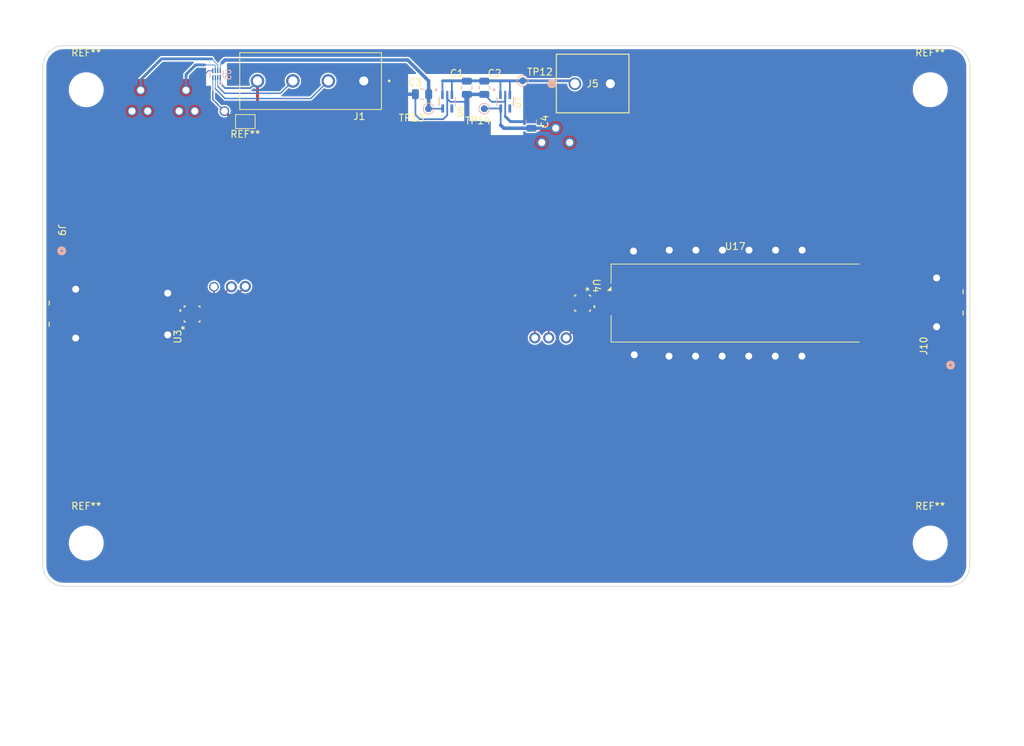
<source format=kicad_pcb>
(kicad_pcb (version 20240108) (generator "pcbnew") (generator_version "8.0")
  (title_block (title "RCA Telescope PCBs") (date "2025-04-29"))
  (layers (0 "F.Cu" signal) (31 "B.Cu" signal) (34 "B.Paste" user) (35 "F.Paste" user) (36 "B.SilkS" user "B.Silkscreen") (37 "F.SilkS" user "F.Silkscreen") (38 "B.Mask" user) (39 "F.Mask" user) (44 "Edge.Cuts" user))
  (net 0 "")
  (net 1 "/RFS_GND")
  (net 2 "/RFSwitchFilter/5V_IN")
  (net 3 "/RFSwitchFilter/+1V8")
  (net 4 "/RFSwitchFilter/+3V3")
  (net 5 "/RFSwitchFilter/CNTR_V1")
  (net 6 "/RFSwitchFilter/CNTR_V2")
  (net 7 "/RFSwitchFilter/VDD_REF")
  (net 8 "/RFSwitchFilter/ANT")
  (net 9 "/RFSwitchFilter/FILTER_OUT")
  (net 10 "/RFSwitchFilter/INT_CTRL_V1")
  (net 11 "/RFSwitchFilter/INT_CTRL_V2")
  (net 12 "/RFSwitchFilter/FILTERA_IN")
  (net 13 "/RFSwitchFilter/FILTERC_IN")
  (net 14 "/RFSwitchFilter/FILTERB_IN")
  (net 15 "Net-(U17-IN)")
  (footprint "Library:QFN12_SKY" (layer "F.Cu") (at 307.936071 56.90732 -90)
    (property "Reference" "U4")
    (property "Value" "SKY13588-460LF")
  )
  (footprint "Library:CONN_142-0711-821_CIN" (layer "F.Cu") (at 238.259071 58.41732 -90)
    (property "Reference" "J9")
    (property "Value" "ANT")
  )
  (footprint "MountingHole:MountingHole_4.3mm_M4" (layer "F.Cu") (at 236.776491 26.31353)
    (property "Reference" "REF**")
    (property "Value" "MountingHole_4.3mm_M4")
  )
  (footprint "MountingHole:MountingHole_4.3mm_M4" (layer "F.Cu") (at 236.776491 91.31353)
    (property "Reference" "REF**")
    (property "Value" "MountingHole_4.3mm_M4")
  )
  (footprint "RF_Mini-Circuits:Mini-Circuits_HQ1157" (layer "F.Cu") (at 329.811171 56.89711 90)
    (property "Reference" "U17")
    (property "Value" "BPF-A355")
  )
  (footprint "Library:Kikit_Board_Label" (layer "F.Cu") (at 245.144836 20.032916)
    (property "Reference" "RFS")
    (property "Value" "Kikit_Board_Label")
  )
  (footprint "Library:CONN_142-0711-821_CIN" (layer "F.Cu") (at 355.693161 56.79711 90)
    (property "Reference" "J10")
    (property "Value" "FILTER_OUT")
  )
  (footprint "Library:PHOENIX_1729144" (layer "F.Cu") (at 279.102671 21.00261 180)
    (property "Reference" "J1")
    (property "Value" "Screw_Terminal_01x04")
  )
  (footprint "Jumper:SolderJumper-2_P1.3mm_Bridged_Pad1.0x1.5mm" (layer "F.Cu") (at 259.583891 30.88322 180)
    (property "Reference" "REF**")
    (property "Value" "SolderJumper-2_P1.3mm_Bridged_Pad1.0x1.5mm")
  )
  (footprint "Library:QFN12_SKY" (layer "F.Cu") (at 251.956071 58.46732 90)
    (property "Reference" "U3")
    (property "Value" "SKY13588-460LF")
  )
  (footprint "MountingHole:MountingHole_4.3mm_M4" (layer "F.Cu") (at 357.776491 91.31353)
    (property "Reference" "REF**")
    (property "Value" "MountingHole_4.3mm_M4")
  )
  (footprint "MountingHole:MountingHole_4.3mm_M4" (layer "F.Cu") (at 357.776491 26.31353)
    (property "Reference" "REF**")
    (property "Value" "MountingHole_4.3mm_M4")
  )
  (footprint "Library:CONN_1729128_PXC" (layer "F.Cu") (at 306.838236 25.45261)
    (property "Reference" "J5")
    (property "Value" "5V From SDR")
  )
  (footprint "Capacitor_SMD:C_0805_2012Metric" (layer "B.Cu") (at 293.844836 26.032916 -90)
    (property "Reference" "C2")
    (property "Value" "1 uF")
  )
  (footprint "Library:SOT65P210X110-5N" (layer "B.Cu") (at 288.532336 28.032916 -90)
    (property "Reference" "U6")
    (property "Value" "MIC5365-1.8YC5-TR")
  )
  (footprint "Capacitor_SMD:C_0805_2012Metric" (layer "B.Cu") (at 300.583891 30.88322 -90)
    (property "Reference" "C4")
    (property "Value" "1 uF")
  )
  (footprint "Library:TestPoint_Pad_D1.0mm_Edit" (layer "B.Cu") (at 299.344836 25.032916 180)
    (property "Reference" "TP12")
    (property "Value" "FCTRL_VIN")
  )
  (footprint "Library:SON35P140X100X40-8N" (layer "B.Cu") (at 255.455171 24.07761 90)
    (property "Reference" "U5")
    (property "Value" "SN74AVC2T244DQER")
  )
  (footprint "Library:TestPoint_Pad_D1.0mm_Edit" (layer "B.Cu") (at 293.844836 29.032916 180)
    (property "Reference" "TP14")
    (property "Value" "FCTRL_3V3")
  )
  (footprint "Library:SOT65P210X110-5N" (layer "B.Cu") (at 296.844836 28.032916 -90)
    (property "Reference" "U7")
    (property "Value" "MIC5365-3.3YC5-TR")
  )
  (footprint "Capacitor_SMD:C_0805_2012Metric" (layer "B.Cu") (at 291.344836 26.032916 -90)
    (property "Reference" "C1")
    (property "Value" "1 uF")
  )
  (footprint "Library:TestPoint_Pad_D1.0mm_Edit" (layer "B.Cu") (at 285.844836 29.032916 180)
    (property "Reference" "TP13")
    (property "Value" "FCTRL_1V8")
  )
  (footprint "Capacitor_SMD:C_0805_2012Metric" (layer "B.Cu") (at 284.918236 26.957916)
    (property "Reference" "C3")
    (property "Value" "1 uF")
  )
  (gr_poly (pts (xy 252.059671 59.19446) (xy 251.856471 59.19446) (xy 251.856471 59.77866) (xy 252.059671 59.77866)) (fill solid) (layer "F.Cu") (net 1))
  (gr_poly (pts (xy 307.292981 55.37082) (xy 301.509911 55.37082) (xy 301.509911 55.57082) (xy 307.292981 55.57082)) (fill solid) (layer "F.Cu") (net 13))
  (gr_poly (pts (xy 307.210691 56.8094) (xy 306.626491 56.8094) (xy 306.626491 57.0126) (xy 307.210691 57.0126)) (fill solid) (layer "F.Cu") (net 10))
  (gr_poly (pts (xy 254.099991 59.81328) (xy 252.599991 59.81328) (xy 252.599991 60.01328) (xy 254.099991 60.01328)) (fill solid) (layer "F.Cu") (net 13))
  (gr_poly (pts (xy 252.039351 65.37682) (xy 250.860791 65.37682) (xy 250.861431 65.41707) (xy 250.863371 65.45727) (xy 250.866581 65.49739) (xy 250.871091 65.53739) (xy 250.876871 65.57723) (xy 250.883921 65.61686) (xy 250.892231 65.65624) (xy 250.901811 65.69534) (xy 250.912621 65.73411) (xy 250.924681 65.77251) (xy 250.937961 65.81051) (xy 250.952441 65.84807) (xy 250.968131 65.88514) (xy 250.984991 65.92169) (xy 251.003011 65.95768) (xy 251.022171 65.99308) (xy 251.042461 66.02784) (xy 251.063851 66.06194) (xy 251.086321 66.09533) (xy 251.109851 66.12799) (xy 251.134411 66.15988) (xy 251.159991 66.19097) (xy 251.186541 66.22122) (xy 251.214041 66.25061) (xy 251.242481 66.2791) (xy 251.271811 66.30666) (xy 251.302011 66.33328) (xy 251.333041 66.35891) (xy 251.364881 66.38354) (xy 251.397491 66.40713) (xy 251.430841 66.42967) (xy 251.464901 66.45113) (xy 251.499621 66.47149) (xy 251.534981 66.49073) (xy 251.570931 66.50882) (xy 251.607451 66.52575) (xy 251.644491 66.54151) (xy 251.682011 66.55607) (xy 251.719991 66.56943) (xy 251.758371 66.58156) (xy 251.797111 66.59246) (xy 251.836191 66.60211) (xy 251.875561 66.61051) (xy 251.915171 66.61764) (xy 251.955001 66.6235) (xy 251.994991 66.62808) (xy 252.035101 66.63138) (xy 252.075301 66.63339) (xy 252.117258 66.634183) (xy 252.117258 65.453083) (xy 252.113061 65.45298) (xy 252.110571 65.45286) (xy 252.108081 65.45265) (xy 252.105601 65.45237) (xy 252.103141 65.452) (xy 252.100681 65.45156) (xy 252.098251 65.45103) (xy 252.095831 65.45042) (xy 252.093431 65.44974) (xy 252.091061 65.44898) (xy 252.088711 65.44814) (xy 252.086391 65.44722) (xy 252.084101 65.44623) (xy 252.081851 65.44516) (xy 252.079631 65.44402) (xy 252.077451 65.44281) (xy 252.075311 65.44153) (xy 252.073221 65.44018) (xy 252.071171 65.43876) (xy 252.069161 65.43727) (xy 252.067211 65.43572) (xy 252.065311 65.43411) (xy 252.063461 65.43244) (xy 252.061671 65.4307) (xy 252.059931 65.42891) (xy 252.058261 65.42706) (xy 252.056651 65.42516) (xy 252.055101 65.42321) (xy 252.053611 65.4212) (xy 252.052191 65.41915) (xy 252.050841 65.41706) (xy 252.049561 65.41492) (xy 252.048351 65.41274) (xy 252.047211 65.41052) (xy 252.046141 65.40827) (xy 252.045151 65.40598) (xy 252.044231 65.40366) (xy 252.043391 65.40131) (xy 252.042631 65.39894) (xy 252.041951 65.39654) (xy 252.041341 65.39412) (xy 252.040811 65.39169) (xy 252.040371 65.38923) (xy 252.040001 65.38677) (xy 252.039721 65.38429) (xy 252.039511 65.3818) (xy 252.039391 65.37931)) (fill solid) (layer "F.Cu") (net 12))
  (gr_poly (pts (xy 252.389871 58.03876) (xy 251.526271 58.03876) (xy 251.526271 58.90236) (xy 252.389871 58.90236)) (fill solid) (layer "F.Cu") (net 1))
  (gr_poly (pts (xy 305.776354 49.525205) (xy 269.788931 49.52511) (xy 269.788931 50.46913) (xy 305.776354 50.469225)) (fill solid) (layer "F.Cu") (net 14))
  (gr_poly (pts (xy 307.210691 57.30978) (xy 306.626491 57.30978) (xy 306.626491 57.51298) (xy 307.210691 57.51298)) (fill solid) (layer "F.Cu") (net 4))
  (gr_poly (pts (xy 299.598311 59.28082) (xy 299.598311 60.54574) (xy 299.671181 60.54369) (xy 299.743811 60.53756) (xy 299.815991 60.52736) (xy 299.887481 60.51312) (xy 299.958061 60.49489) (xy 300.027511 60.47272) (xy 300.095601 60.4467) (xy 300.162121 60.41689) (xy 300.226861 60.38339) (xy 300.289621 60.34632) (xy 300.350201 60.30577) (xy 300.408411 60.26189) (xy 300.464071 60.21481) (xy 300.516991 60.16469) (xy 300.567011 60.11166) (xy 300.613981 60.05592) (xy 300.657751 59.99762) (xy 300.698171 59.93697) (xy 300.735131 59.87413) (xy 300.768501 59.80932) (xy 300.798181 59.74274) (xy 300.824071 59.6746) (xy 300.846101 59.60511) (xy 300.864191 59.5345) (xy 300.878291 59.46298) (xy 300.888351 59.39078) (xy 300.894341 59.31814) (xy 300.898791 59.24526) (xy 299.633871 59.24526) (xy 299.636501 59.24526) (xy 299.636441 59.24735) (xy 299.636261 59.24943) (xy 299.635951 59.2515) (xy 299.635521 59.25355) (xy 299.634981 59.25556) (xy 299.634321 59.25755) (xy 299.633541 59.25949) (xy 299.632651 59.26138) (xy 299.631651 59.26322) (xy 299.630541 59.26499) (xy 299.629341 59.2667) (xy 299.628031 59.26833) (xy 299.626631 59.26988) (xy 299.625141 59.27135) (xy 299.623571 59.27273) (xy 299.621921 59.27402) (xy 299.620201 59.2752) (xy 299.618411 59.27628) (xy 299.616571 59.27726) (xy 299.614661 59.27813) (xy 299.612711 59.27888) (xy 299.610721 59.27952) (xy 299.608701 59.28004) (xy 299.606651 59.28044) (xy 299.604571 59.28072) (xy 299.602491 59.28087) (xy 299.600401 59.28091)) (fill solid) (layer "F.Cu") (net 13))
  (gr_poly (pts (xy 269.789171 49.24714) (xy 254.116761 49.24714) (xy 254.116761 50.74711) (xy 269.789171 50.74711)) (fill solid) (layer "F.Cu") (net 14))
  (gr_poly (pts (xy 250.650671 58.36818) (xy 249.150188 58.368104) (xy 249.150188 58.568104) (xy 250.650671 58.56818)) (fill solid) (layer "F.Cu") (net 8))
  (gr_poly (pts (xy 253.266171 58.36896) (xy 252.681971 58.36896) (xy 252.681971 58.57216) (xy 253.266171 58.57216)) (fill solid) (layer "F.Cu") (net 11))
  (gr_poly (pts (xy 253.343765 65.432304) (xy 252.117251 65.43228) (xy 252.117251 66.6574) (xy 253.343765 66.657424)) (fill solid) (layer "F.Cu") (net 12))
  (gr_poly (pts (xy 308.536571 55.6029) (xy 308.333371 55.6029) (xy 308.333371 56.1871) (xy 308.536571 56.1871)) (fill solid) (layer "F.Cu") (net 14))
  (gr_poly (pts (xy 251.234171 57.86858) (xy 250.649971 57.86858) (xy 250.649971 58.07178) (xy 251.234171 58.07178)) (fill solid) (layer "F.Cu") (net 1))
  (gr_poly (pts (xy 309.033201 59.36149) (xy 307.851971 59.36149) (xy 307.851971 65.37743) (xy 309.033201 65.37743)) (fill solid) (layer "F.Cu") (net 12))
  (gr_poly (pts (xy 251.556078 54.163416) (xy 251.356078 54.163416) (xy 251.356079 57.163856) (xy 251.556079 57.163856)) (fill solid) (layer "F.Cu") (net 14))
  (gr_poly (pts (xy 249.150221 57.97818) (xy 246.150231 57.97818) (xy 246.150231 58.97818) (xy 249.150221 58.97818)) (fill solid) (layer "F.Cu") (net 8))
  (gr_poly (pts (xy 300.931811 55.00346) (xy 300.931811 55.93818) (xy 301.510931 55.56988) (xy 301.510931 55.36922)) (fill solid) (layer "F.Cu") (net 13))
  (gr_poly (pts (xy 242.083891 30.38322) (xy 247.083891 30.38322) (xy 245.583891 24.88322) (xy 243.583891 24.88322)) (stroke (width 0.2)) (fill solid) (layer "F.Cu") (net 10))
  (gr_poly (pts (xy 251.555171 59.77796) (xy 251.355171 59.77796) (xy 251.35517 61.278692) (xy 251.55517 61.278692)) (fill solid) (layer "F.Cu") (net 12))
  (gr_poly (pts (xy 289.202821 59.59757) (xy 266.446695 59.59757) (xy 266.446695 60.22899) (xy 289.202821 60.22899)) (fill solid) (layer "F.Cu") (net 13))
  (gr_poly (pts (xy 273.390841 65.36589) (xy 260.995131 65.36589) (xy 260.995131 66.7238) (xy 273.390841 66.7238)) (fill solid) (layer "F.Cu") (net 12))
  (gr_poly (pts (xy 307.776351 65.51897) (xy 305.776351 65.51897) (xy 305.776351 66.57071) (xy 307.776351 66.57071)) (fill solid) (layer "F.Cu") (net 12))
  (gr_poly (pts (xy 357.846193 55.239918) (xy 357.846193 58.554618) (xy 362.846161 57.89711) (xy 362.846161 55.89813)) (fill solid) (layer "F.Cu") (net 9))
  (gr_poly (pts (xy 266.446771 59.16332) (xy 254.538161 59.16332) (xy 254.538161 60.66324) (xy 266.446771 60.66324)) (fill solid) (layer "F.Cu") (net 13))
  (gr_poly (pts (xy 252.196941 61.27841) (xy 250.703191 61.27841) (xy 250.703191 64.2784) (xy 252.196941 64.2784)) (fill solid) (layer "F.Cu") (net 12))
  (gr_poly (pts (xy 251.559291 57.16246) (xy 251.356091 57.16246) (xy 251.356091 57.74666) (xy 251.559291 57.74666)) (fill solid) (layer "F.Cu") (net 14))
  (gr_poly (pts (xy 251.234171 58.36896) (xy 250.649971 58.36896) (xy 250.649971 58.57216) (xy 251.234171 58.57216)) (fill solid) (layer "F.Cu") (net 8))
  (gr_poly (pts (xy 248.730045 30.38322) (xy 253.730045 30.38322) (xy 252.230045 24.88322) (xy 250.230045 24.88322)) (stroke (width 0.2)) (fill solid) (layer "F.Cu") (net 11))
  (gr_poly (pts (xy 308.854071 51.662979) (xy 308.031111 51.662979) (xy 308.343531 52.8597) (xy 308.541651 52.8597)) (fill solid) (layer "F.Cu") (net 14))
  (gr_poly (pts (xy 307.774571 65.45302) (xy 307.774571 66.63412) (xy 307.827931 66.63299) (xy 307.881201 66.62959) (xy 307.934271 66.62394) (xy 307.987051 66.61603) (xy 308.039461 66.6059) (xy 308.091381 66.59355) (xy 308.142741 66.57901) (xy 308.193431 66.5623) (xy 308.243361 66.54345) (xy 308.292451 66.52251) (xy 308.340611 66.4995) (xy 308.387751 66.47446) (xy 308.433781 66.44745) (xy 308.478631 66.41851) (xy 308.522201 66.38769) (xy 308.564431 66.35504) (xy 308.605241 66.32064) (xy 308.644541 66.28454) (xy 308.682291 66.24679) (xy 308.718391 66.20749) (xy 308.752791 66.16668) (xy 308.785441 66.12445) (xy 308.816261 66.08088) (xy 308.845201 66.03603) (xy 308.872211 65.99) (xy 308.897251 65.94286) (xy 308.920261 65.8947) (xy 308.941201 65.84561) (xy 308.960051 65.79568) (xy 308.976761 65.74499) (xy 308.991301 65.69363) (xy 309.003651 65.64171) (xy 309.013781 65.5893) (xy 309.021691 65.53652) (xy 309.027341 65.48345) (xy 309.030741 65.43018) (xy 309.031871 65.37682) (xy 307.850771 65.37682) (xy 307.850701 65.38014) (xy 307.850481 65.38346) (xy 307.850121 65.38677) (xy 307.849611 65.39005) (xy 307.848961 65.39331) (xy 307.848171 65.39654) (xy 307.847241 65.39973) (xy 307.846171 65.40288) (xy 307.844971 65.40598) (xy 307.843631 65.40902) (xy 307.842161 65.41201) (xy 307.840561 65.41492) (xy 307.838841 65.41776) (xy 307.836991 65.42053) (xy 307.835021 65.42321) (xy 307.832941 65.4258) (xy 307.830751 65.4283) (xy 307.828451 65.4307) (xy 307.826051 65.433) (xy 307.823551 65.43519) (xy 307.820961 65.43727) (xy 307.818281 65.43924) (xy 307.815511 65.44109) (xy 307.812671 65.44281) (xy 307.809761 65.44441) (xy 307.806771 65.44588) (xy 307.803731 65.44722) (xy 307.800631 65.44842) (xy 307.797481 65.44949) (xy 307.794291 65.45042) (xy 307.791061 65.45121) (xy 307.787801 65.45186) (xy 307.784521 65.45237) (xy 307.781211 65.45273) (xy 307.777891 65.45295)) (fill solid) (layer "F.Cu") (net 12))
  (gr_poly (pts (xy 252.115551 50.6626) (xy 250.700771 50.6626) (xy 250.703311 50.6626) (xy 250.704031 50.61731) (xy 250.706211 50.57206) (xy 250.709831 50.5269) (xy 250.714901 50.48189) (xy 250.721401 50.43706) (xy 250.729341 50.39246) (xy 250.738701 50.34814) (xy 250.749471 50.30414) (xy 250.761651 50.2605) (xy 250.775221 50.21728) (xy 250.790161 50.17452) (xy 250.806471 50.13226) (xy 250.824121 50.09054) (xy 250.843101 50.0494) (xy 250.863391 50.0089) (xy 250.884961 49.96906) (xy 250.907791 49.92994) (xy 250.931871 49.89157) (xy 250.957161 49.85399) (xy 250.983641 49.81723) (xy 251.011291 49.78135) (xy 251.040071 49.74637) (xy 251.069961 49.71232) (xy 251.100921 49.67925) (xy 251.132921 49.64719) (xy 251.165931 49.61617) (xy 251.199921 49.58623) (xy 251.234851 49.55738) (xy 251.270691 49.52967) (xy 251.307391 49.50313) (xy 251.344931 49.47777) (xy 251.383261 49.45362) (xy 251.422341 49.43071) (xy 251.462141 49.40907) (xy 251.502601 49.38871) (xy 251.543701 49.36966) (xy 251.585391 49.35194) (xy 251.627631 49.33555) (xy 251.670361 49.32053) (xy 251.713561 49.30689) (xy 251.757171 49.29463) (xy 251.801151 49.28378) (xy 251.845451 49.27434) (xy 251.890041 49.26632) (xy 251.934861 49.25973) (xy 251.979871 49.25459) (xy 252.025011 49.25088) (xy 252.070261 49.24863) (xy 252.115551 49.24782)) (fill solid) (layer "F.Cu") (net 14))
  (gr_poly (pts (xy 252.186329 64.278222) (xy 250.713739 64.278222) (xy 250.713771 65.37722) (xy 252.186361 65.37722)) (fill solid) (layer "F.Cu") (net 12))
  (gr_poly (pts (xy 307.776351 49.49382) (xy 305.776351 49.49382) (xy 305.776351 50.50042) (xy 307.776351 50.50042)) (fill solid) (layer "F.Cu") (net 14))
  (gr_poly (pts (xy 296.182016 65.790831) (xy 273.390231 65.7918) (xy 273.390231 66.29789) (xy 296.182016 66.296921)) (fill solid) (layer "F.Cu") (net 12))
  (gr_poly (pts (xy 296.680931 67.27578) (xy 296.180931 67.27578) (xy 296.180931 70.12759) (xy 296.680931 70.12759)) (fill solid) (layer "F.Cu") (net 12))
  (gr_poly (pts (xy 253.266171 58.86934) (xy 252.681971 58.86934) (xy 252.681971 59.07254) (xy 253.266171 59.07254)) (fill solid) (layer "F.Cu") (net 10))
  (gr_poly (pts (xy 251.559291 59.19446) (xy 251.356091 59.19446) (xy 251.356091 59.77866) (xy 251.559291 59.77866)) (fill solid) (layer "F.Cu") (net 12))
  (gr_poly (pts (xy 307.210691 56.30902) (xy 306.626491 56.30902) (xy 306.626491 56.51222) (xy 307.210691 56.51222)) (fill solid) (layer "F.Cu") (net 11))
  (gr_poly (pts (xy 252.133837 50.662482) (xy 250.766247 50.662482) (xy 250.766265 52.663424) (xy 252.133855 52.663424)) (fill solid) (layer "F.Cu") (net 14))
  (gr_poly (pts (xy 307.535811 57.6349) (xy 307.332611 57.6349) (xy 307.332611 58.2191) (xy 307.535811 58.2191)) (fill solid) (layer "F.Cu") (net 1))
  (gr_poly (pts (xy 296.182011 65.79084) (xy 296.182011 67.2742) (xy 296.679883 67.274217) (xy 296.679883 64.812957) (xy 296.430931 64.81294) (xy 296.430931 65.79084)) (fill solid) (layer "F.Cu") (net 12))
  (gr_poly (pts (xy 252.115551 50.74642) (xy 252.115551 50.6626) (xy 252.199371 50.6626) (xy 252.199321 50.6654) (xy 252.199181 50.6682) (xy 252.198951 50.67099) (xy 252.198621 50.67377) (xy 252.198201 50.67654) (xy 252.197691 50.6793) (xy 252.197091 50.68203) (xy 252.196391 50.68474) (xy 252.195611 50.68743) (xy 252.194731 50.6901) (xy 252.193771 50.69273) (xy 252.192721 50.69532) (xy 252.191581 50.69788) (xy 252.190361 50.7004) (xy 252.189061 50.70288) (xy 252.187671 50.70532) (xy 252.186201 50.7077) (xy 252.184651 50.71004) (xy 252.183031 50.71232) (xy 252.181331 50.71455) (xy 252.179561 50.71672) (xy 252.177721 50.71883) (xy 252.175801 50.72087) (xy 252.173821 50.72285) (xy 252.171781 50.72477) (xy 252.169671 50.72661) (xy 252.167501 50.72838) (xy 252.165271 50.73008) (xy 252.162991 50.7317) (xy 252.160651 50.73325) (xy 252.158271 50.73472) (xy 252.155831 50.73611) (xy 252.153351 50.73741) (xy 252.150831 50.73863) (xy 252.148271 50.73977) (xy 252.145681 50.74082) (xy 252.143051 50.74178) (xy 252.140381 50.74266) (xy 252.137691 50.74344) (xy 252.134981 50.74414) (xy 252.132251 50.74474) (xy 252.129491 50.74525) (xy 252.126721 50.74567) (xy 252.123941 50.746) (xy 252.121151 50.74623) (xy 252.118351 50.74637)) (fill solid) (layer "F.Cu") (net 14))
  (gr_poly (pts (xy 253.266171 57.86858) (xy 252.681971 57.86858) (xy 252.681971 58.07178) (xy 253.266171 58.07178)) (fill solid) (layer "F.Cu") (net 4))
  (gr_poly (pts (xy 252.560051 57.16246) (xy 252.356851 57.16246) (xy 252.356851 57.74666) (xy 252.560051 57.74666)) (fill solid) (layer "F.Cu") (net 1))
  (gr_poly (pts (xy 308.536571 57.6349) (xy 308.333371 57.6349) (xy 308.333371 58.2191) (xy 308.536571 58.2191)) (fill solid) (layer "F.Cu") (net 12))
  (gr_poly (pts (xy 305.776491 64.81353) (xy 296.679869 64.813815) (xy 296.679869 67.276445) (xy 305.776491 67.27616)) (fill solid) (layer "F.Cu") (net 12))
  (gr_poly (pts (xy 311.742751 55.24813) (xy 310.242751 55.24813) (xy 310.242751 58.56372) (xy 311.742751 58.56372)) (fill solid) (layer "F.Cu") (net 15))
  (gr_poly (pts (xy 309.242691 56.8094) (xy 308.658491 56.8094) (xy 308.658491 57.0126) (xy 309.242691 57.0126)) (fill solid) (layer "F.Cu") (net 15))
  (gr_poly (pts (xy 252.565131 59.77866) (xy 252.367011 59.77866) (xy 252.367141 59.78647) (xy 252.367531 59.79427) (xy 252.368181 59.80205) (xy 252.369101 59.80981) (xy 252.370271 59.81753) (xy 252.371691 59.82521) (xy 252.373381 59.83283) (xy 252.375311 59.8404) (xy 252.377501 59.84789) (xy 252.379941 59.85531) (xy 252.382621 59.86265) (xy 252.385551 59.86989) (xy 252.388721 59.87702) (xy 252.392131 59.88405) (xy 252.395761 59.89096) (xy 252.399631 59.89775) (xy 252.403721 59.9044) (xy 252.408031 59.91091) (xy 252.412561 59.91727) (xy 252.417301 59.92348) (xy 252.422241 59.92953) (xy 252.427381 59.93541) (xy 252.432721 59.94111) (xy 252.438241 59.94663) (xy 252.443941 59.95197) (xy 252.449821 59.95711) (xy 252.455871 59.96205) (xy 252.462081 59.96679) (xy 252.468441 59.97132) (xy 252.474951 59.97563) (xy 252.481601 59.97972) (xy 252.488391 59.98359) (xy 252.495301 59.98722) (xy 252.502331 59.99063) (xy 252.509461 59.9938) (xy 252.516701 59.99673) (xy 252.524041 59.99941) (xy 252.531461 60.00185) (xy 252.538951 60.00404) (xy 252.546521 60.00597) (xy 252.554141 60.00766) (xy 252.561821 60.00908) (xy 252.569541 60.01025) (xy 252.577301 60.01117) (xy 252.585081 60.01182) (xy 252.592881 60.01221) (xy 252.600691 60.01234) (xy 252.600691 59.81168) (xy 252.600691 59.81422) (xy 252.599501 59.8142) (xy 252.598311 59.81414) (xy 252.597131 59.81404) (xy 252.595951 59.8139) (xy 252.594781 59.81372) (xy 252.593611 59.81351) (xy 252.592451 59.81325) (xy 252.591301 59.81296) (xy 252.590151 59.81262) (xy 252.589031 59.81225) (xy 252.587911 59.81184) (xy 252.586811 59.8114) (xy 252.585721 59.81092) (xy 252.584651 59.8104) (xy 252.583601 59.80984) (xy 252.582571 59.80926) (xy 252.581561 59.80863) (xy 252.580561 59.80798) (xy 252.579601 59.80729) (xy 252.578651 59.80657) (xy 252.577731 59.80582) (xy 252.576841 59.80503) (xy 252.575971 59.80422) (xy 252.575131 59.80338) (xy 252.574321 59.80251) (xy 252.573531 59.80162) (xy 252.572781 59.8007) (xy 252.572061 59.79975) (xy 252.571371 59.79879) (xy 252.570721 59.79779) (xy 252.570091 59.79678) (xy 252.569511 59.79575) (xy 252.568951 59.7947) (xy 252.568431 59.79363) (xy 252.567951 59.79254) (xy 252.567511 59.79144) (xy 252.567101 59.79032) (xy 252.566731 59.7892) (xy 252.566391 59.78805) (xy 252.566101 59.7869) (xy 252.565841 59.78574) (xy 252.565631 59.78457) (xy 252.565451 59.7834) (xy 252.565311 59.78222) (xy 252.565211 59.78104) (xy 252.565151 59.77985)) (fill solid) (layer "F.Cu") (net 13))
  (gr_poly (pts (xy 312.035171 55.63261) (xy 311.735171 55.63261) (xy 311.735171 58.15261) (xy 312.035171 58.15261)) (fill solid) (layer "F.Cu") (net 15))
  (gr_poly (pts (xy 297.500431 70.12634) (xy 295.361421 70.12634) (xy 295.361421 76.10098) (xy 297.500431 76.10098)) (fill solid) (layer "F.Cu") (net 12))
  (gr_rect (start 318.706491 48.31353) (end 341.026491 51.81353) (fill solid) (layer "F.Cu") (net 1))
  (gr_poly (pts (xy 309.242691 57.30978) (xy 308.658491 57.30978) (xy 308.658491 57.51298) (xy 309.242691 57.51298)) (fill solid) (layer "F.Cu") (net 1))
  (gr_poly (pts (xy 246.150371 56.82039) (xy 236.149463 56.820435) (xy 236.149463 60.136025) (xy 246.150371 60.13598)) (fill solid) (layer "F.Cu") (net 8))
  (gr_poly (pts (xy 347.586171 55.63261) (xy 347.856171 55.63261) (xy 347.846171 58.16261) (xy 347.586171 58.16261)) (fill solid) (layer "F.Cu") (net 9))
  (gr_poly (pts (xy 307.327531 55.6029) (xy 307.525651 55.6029) (xy 307.525411 55.59242) (xy 307.524711 55.58195) (xy 307.523541 55.57153) (xy 307.521891 55.56117) (xy 307.519791 55.5509) (xy 307.517231 55.54073) (xy 307.514211 55.53069) (xy 307.510751 55.52079) (xy 307.506851 55.51106) (xy 307.502511 55.50151) (xy 307.497751 55.49217) (xy 307.492571 55.48305) (xy 307.486991 55.47417) (xy 307.481021 55.46555) (xy 307.474671 55.4572) (xy 307.467951 55.44915) (xy 307.460871 55.44141) (xy 307.453461 55.434) (xy 307.445721 55.42692) (xy 307.437671 55.4202) (xy 307.429321 55.41385) (xy 307.420701 55.40788) (xy 307.411821 55.4023) (xy 307.402701 55.39712) (xy 307.393361 55.39236) (xy 307.383811 55.38802) (xy 307.374081 55.38412) (xy 307.364181 55.38066) (xy 307.354141 55.37764) (xy 307.343971 55.37508) (xy 307.333701 55.37298) (xy 307.323341 55.37133) (xy 307.312921 55.37016) (xy 307.302451 55.36946) (xy 307.291971 55.36922) (xy 307.291971 55.56988) (xy 307.291971 55.56734) (xy 307.293571 55.56738) (xy 307.295161 55.56748) (xy 307.296741 55.56766) (xy 307.298321 55.56791) (xy 307.299881 55.56823) (xy 307.301431 55.56862) (xy 307.302961 55.56908) (xy 307.304461 55.56961) (xy 307.305951 55.5702) (xy 307.307401 55.57086) (xy 307.308821 55.57159) (xy 307.310211 55.57237) (xy 307.311561 55.57322) (xy 307.312871 55.57413) (xy 307.314141 55.5751) (xy 307.315371 55.57612) (xy 307.316541 55.5772) (xy 307.317671 55.57833) (xy 307.318751 55.5795) (xy 307.319771 55.58073) (xy 307.320741 55.582) (xy 307.321651 55.58331) (xy 307.322501 55.58466) (xy 307.323281 55.58605) (xy 307.324011 55.58747) (xy 307.324671 55.58892) (xy 307.325261 55.59041) (xy 307.325791 55.59191) (xy 307.326251 55.59344) (xy 307.326641 55.59499) (xy 307.326961 55.59655) (xy 307.327211 55.59813) (xy 307.327391 55.59971) (xy 307.327491 55.6013)) (fill solid) (layer "F.Cu") (net 13))
  (gr_poly (pts (xy 252.059671 57.16246) (xy 251.856471 57.16246) (xy 251.856471 57.74666) (xy 252.059671 57.74666)) (fill solid) (layer "F.Cu") (net 1))
  (gr_poly (pts (xy 308.542591 52.8593) (xy 308.342591 52.8593) (xy 308.342591 55.60331) (xy 308.542591 55.60331)) (fill solid) (layer "F.Cu") (net 14))
  (gr_poly (pts (xy 308.036191 57.6349) (xy 307.832991 57.6349) (xy 307.832991 58.2191) (xy 308.036191 58.2191)) (fill solid) (layer "F.Cu") (net 1))
  (gr_poly (pts (xy 254.538711 60.45938) (xy 254.538711 59.36464) (xy 254.099291 59.81168) (xy 254.099291 60.01234)) (fill solid) (layer "F.Cu") (net 13))
  (gr_rect (start 318.716491 62.01353) (end 341.036491 65.51353) (fill solid) (layer "F.Cu") (net 1))
  (gr_poly (pts (xy 308.036191 55.6029) (xy 307.832991 55.6029) (xy 307.832991 56.1871) (xy 308.036191 56.1871)) (fill solid) (layer "F.Cu") (net 1))
  (gr_poly (pts (xy 299.583891 34.88322) (xy 308.583891 34.88322) (xy 305.083891 30.88322) (xy 303.083891 30.88322)) (stroke (width 0.2)) (fill solid) (layer "F.Cu") (net 4))
  (gr_poly (pts (xy 357.846563 55.238654) (xy 347.846171 55.23856) (xy 347.846171 58.55415) (xy 357.846563 58.554244)) (fill solid) (layer "F.Cu") (net 9))
  (gr_poly (pts (xy 254.116811 49.4835) (xy 252.115481 49.483486) (xy 252.115481 50.510766) (xy 254.116811 50.51078)) (fill solid) (layer "F.Cu") (net 14))
  (gr_poly (pts (xy 309.242691 56.30902) (xy 308.658491 56.30902) (xy 308.658491 56.51222) (xy 309.242691 56.51222)) (fill solid) (layer "F.Cu") (net 1))
  (gr_poly (pts (xy 308.535238 58.219093) (xy 308.335238 58.219093) (xy 308.335091 58.720224) (xy 308.535091 58.720224)) (fill solid) (layer "F.Cu") (net 12))
  (gr_poly (pts (xy 252.186921 52.66342) (xy 250.713211 52.66342) (xy 250.713211 54.16342) (xy 252.186921 54.16342)) (fill solid) (layer "F.Cu") (net 14))
  (gr_poly (pts (xy 307.535811 55.6029) (xy 307.332611 55.6029) (xy 307.332611 56.1871) (xy 307.535811 56.1871)) (fill solid) (layer "F.Cu") (net 13))
  (gr_poly (pts (xy 251.234171 58.86934) (xy 250.649971 58.86934) (xy 250.649971 59.07254) (xy 251.234171 59.07254)) (fill solid) (layer "F.Cu") (net 1))
  (gr_poly (pts (xy 299.600161 59.66266) (xy 289.202771 59.66266) (xy 289.202771 60.1639) (xy 299.600161 60.1639)) (fill solid) (layer "F.Cu") (net 13))
  (gr_poly (pts (xy 252.560051 59.19446) (xy 252.356851 59.19446) (xy 252.356851 59.77866) (xy 252.560051 59.77866)) (fill solid) (layer "F.Cu") (net 13))
  (gr_poly (pts (xy 307.774571 50.3705) (xy 307.774571 49.6212) (xy 307.774571 49.61866) (xy 307.818881 49.6196) (xy 307.863101 49.62242) (xy 307.907171 49.62712) (xy 307.951001 49.63368) (xy 307.994511 49.64209) (xy 308.037621 49.65234) (xy 308.080261 49.66442) (xy 308.122351 49.67829) (xy 308.163811 49.69394) (xy 308.204571 49.71133) (xy 308.244561 49.73044) (xy 308.283691 49.75123) (xy 308.321921 49.77365) (xy 308.359151 49.79769) (xy 308.395331 49.82328) (xy 308.430391 49.85038) (xy 308.464271 49.87894) (xy 308.496911 49.90892) (xy 308.528251 49.94026) (xy 308.558231 49.9729) (xy 308.586791 50.00678) (xy 308.613891 50.04184) (xy 308.639481 50.07802) (xy 308.663521 50.11525) (xy 308.685941 50.15348) (xy 308.706731 50.19261) (xy 308.725841 50.2326) (xy 308.743231 50.27336) (xy 308.758881 50.31482) (xy 308.772751 50.35691) (xy 308.784831 50.39955) (xy 308.795081 50.44266) (xy 308.803491 50.48617) (xy 308.810051 50.53) (xy 308.814751 50.57407) (xy 308.817571 50.61829) (xy 308.818547 50.663004) (xy 308.066707 50.663004) (xy 308.066391 50.64986) (xy 308.065561 50.63714) (xy 308.064171 50.62447) (xy 308.062231 50.61188) (xy 308.059751 50.59938) (xy 308.056721 50.587) (xy 308.053151 50.57476) (xy 308.049051 50.5627) (xy 308.044441 50.55082) (xy 308.039301 50.53915) (xy 308.033671 50.52772) (xy 308.027541 50.51655) (xy 308.020921 50.50565) (xy 308.013841 50.49506) (xy 308.006311 50.48478) (xy 307.998331 50.47484) (xy 307.989931 50.46526) (xy 307.981121 50.45605) (xy 307.971911 50.44724) (xy 307.962331 50.43884) (xy 307.952391 50.43086) (xy 307.942111 50.42333) (xy 307.931521 50.41625) (xy 307.920621 50.40963) (xy 307.909451 50.4035) (xy 307.898021 50.39787) (xy 307.886351 50.39273) (xy 307.874471 50.38812) (xy 307.862411 50.38402) (xy 307.850171 50.38045) (xy 307.837791 50.37742) (xy 307.825291 50.37494) (xy 307.812701 50.373) (xy 307.800031 50.37161) (xy 307.787311 50.37078)) (fill solid) (layer "F.Cu") (net 14))
  (gr_poly (pts (xy 310.243071 56.80592) (xy 309.243071 56.80592) (xy 309.243071 57.00592) (xy 310.243071 57.00592)) (fill solid) (layer "F.Cu") (net 15))
  (gr_poly (pts (xy 236.149463 60.136025) (xy 236.149463 56.820435) (xy 231.150391 57.47742) (xy 231.150391 59.4764)) (fill solid) (layer "F.Cu") (net 8))
  (gr_poly (pts (xy 307.704314 59.362365) (xy 309.167354 59.362365) (xy 308.534894 58.719745) (xy 308.336774 58.719745)) (fill solid) (layer "F.Cu") (net 12))
  (gr_poly (pts (xy 300.931811 56.10328) (xy 300.931811 54.83582) (xy 300.861401 54.83773) (xy 300.791201 54.84344) (xy 300.721421 54.85295) (xy 300.652251 54.86622) (xy 300.583891 54.88322) (xy 300.516561 54.9039) (xy 300.450451 54.92818) (xy 300.385751 54.95602) (xy 300.322651 54.98731) (xy 300.261341 55.02197) (xy 300.202001 55.05991) (xy 300.144791 55.101) (xy 300.089901 55.14512) (xy 300.037471 55.19216) (xy 299.987671 55.24196) (xy 299.940631 55.29439) (xy 299.896511 55.34928) (xy 299.855421 55.40649) (xy 299.817481 55.46583) (xy 299.782821 55.52714) (xy 299.751531 55.59024) (xy 299.723691 55.65494) (xy 299.699411 55.72105) (xy 299.678731 55.78838) (xy 299.661731 55.85674) (xy 299.648461 55.92591) (xy 299.638951 55.99569) (xy 299.633241 56.06589) (xy 299.631331 56.1363) (xy 300.901331 56.1363) (xy 300.901231 56.1363) (xy 300.901281 56.13447) (xy 300.901441 56.13264) (xy 300.901691 56.13083) (xy 300.902041 56.12903) (xy 300.902491 56.12725) (xy 300.903041 56.12551) (xy 300.903691 56.12379) (xy 300.904421 56.12211) (xy 300.905261 56.12048) (xy 300.906171 56.1189) (xy 300.907181 56.11736) (xy 300.908271 56.11589) (xy 300.909441 56.11448) (xy 300.910681 56.11313) (xy 300.912001 56.11186) (xy 300.913391 56.11066) (xy 300.914841 56.10954) (xy 300.916351 56.1085) (xy 300.917911 56.10755) (xy 300.919531 56.10669) (xy 300.921191 56.10591) (xy 300.922891 56.10523) (xy 300.924621 56.10464) (xy 300.926391 56.10415) (xy 300.928181 56.10376) (xy 300.929991 56.10347)) (fill solid) (layer "F.Cu") (net 13))
  (gr_poly (pts (xy 308.933991 50.66298) (xy 307.951191 50.66298) (xy 307.951191 51.66298) (xy 308.933991 51.66298)) (fill solid) (layer "F.Cu") (net 14))
  (gr_poly (pts (xy 300.867941 56.13616) (xy 299.664721 56.13616) (xy 299.664721 59.2454) (xy 300.867941 59.2454)) (fill solid) (layer "F.Cu") (net 13))
  (gr_poly (pts (xy 308.366391 56.4792) (xy 307.502791 56.4792) (xy 307.502791 57.3428) (xy 308.366391 57.3428)) (fill solid) (layer "F.Cu") (net 1))
  (gr_poly (pts (xy 260.996541 64.85132) (xy 253.343751 64.85132) (xy 253.343751 67.23836) (xy 260.996541 67.23836)) (fill solid) (layer "F.Cu") (net 12))
  (gr_arc (start 230.554991 23) (mid 231.433677 20.878692) (end 233.554991 20.00002) (stroke (width 0.1)) (layer "Edge.Cuts"))
  (gr_line (start 230.555011 94.5) (end 230.554991 23) (stroke (width 0.1)) (layer "Edge.Cuts"))
  (gr_line (start 363.44501 22.999999) (end 363.444991 94.5) (stroke (width 0.1)) (layer "Edge.Cuts"))
  (gr_arc (start 233.554991 97.5) (mid 231.433677 96.621319) (end 230.555011 94.5) (stroke (width 0.1)) (layer "Edge.Cuts"))
  (gr_line (start 233.554991 20.00002) (end 360.444991 20) (stroke (width 0.1)) (layer "Edge.Cuts"))
  (gr_arc (start 360.444991 20) (mid 362.566318 20.878678) (end 363.44501 22.999999) (stroke (width 0.1)) (layer "Edge.Cuts"))
  (gr_line (start 360.444991 97.50002) (end 233.554991 97.5) (stroke (width 0.1)) (layer "Edge.Cuts"))
  (gr_arc (start 363.444991 94.5) (mid 362.566318 96.621333) (end 360.444991 97.50002) (stroke (width 0.1)) (layer "Edge.Cuts"))
  (segment (start 307.934591 55.895) (end 307.936071 55.89648) (width 0.2) (layer "F.Cu") (net 1))
  (segment (start 307.934591 57.927) (end 307.439752 57.927) (width 0.2) (layer "F.Cu") (net 1))
  (segment (start 248.455171 61.452219) (end 248.455171 61.45261) (width 0.2) (layer "F.Cu") (net 1))
  (segment (start 252.458451 57.45456) (end 252.455211 57.45132) (width 0.2) (layer "F.Cu") (net 1))
  (segment (start 250.939212 57.967321) (end 248.455171 55.48328) (width 0.2) (layer "F.Cu") (net 1))
  (segment (start 308.952071 56.40914) (end 308.950591 56.41062) (width 0.2) (layer "F.Cu") (net 1))
  (segment (start 252.455211 57.45132) (end 251.956071 57.45132) (width 0.2) (layer "F.Cu") (net 1))
  (segment (start 307.439752 57.927) (end 307.436072 57.92332) (width 0.2) (layer "F.Cu") (net 1))
  (segment (start 307.936071 55.89648) (end 307.936071 56.90732) (width 0.2) (layer "F.Cu") (net 1))
  (segment (start 308.432771 56.41062) (end 307.936071 56.90732) (width 0.2) (layer "F.Cu") (net 1))
  (segment (start 251.956071 57.45656) (end 251.956071 58.46732) (width 0.2) (layer "F.Cu") (net 1))
  (segment (start 250.940071 57.967321) (end 250.939212 57.967321) (width 0.2) (layer "F.Cu") (net 1))
  (segment (start 251.452451 58.97094) (end 251.956071 58.46732) (width 0.2) (layer "F.Cu") (net 1))
  (segment (start 308.94642 57.913659) (end 308.94642 57.44386) (width 0.2) (layer "F.Cu") (net 1))
  (segment (start 251.956071 59.48332) (end 251.956071 58.47256) (width 0.2) (layer "F.Cu") (net 1))
  (segment (start 251.458931 57.97018) (end 251.956071 58.46732) (width 0.2) (layer "F.Cu") (net 1))
  (segment (start 251.956071 58.47256) (end 251.958071 58.47056) (width 0.2) (layer "F.Cu") (net 1))
  (segment (start 308.952071 56.407321) (end 308.952071 56.40914) (width 0.2) (layer "F.Cu") (net 1))
  (segment (start 250.940071 58.967319) (end 248.455171 61.452219) (width 0.2) (layer "F.Cu") (net 1))
  (segment (start 308.950591 57.41138) (end 308.434971 57.41138) (width 0.2) (layer "F.Cu") (net 1))
  (segment (start 308.950591 56.41062) (end 308.432771 56.41062) (width 0.2) (layer "F.Cu") (net 1))
  (segment (start 250.942071 57.97018) (end 251.458931 57.97018) (width 0.2) (layer "F.Cu") (net 1))
  (segment (start 307.934591 56.911) (end 307.934591 57.927) (width 0.2) (layer "F.Cu") (net 1))
  (segment (start 308.952071 55.73795) (end 308.952071 56.407321) (width 0.2) (layer "F.Cu") (net 1))
  (segment (start 308.434971 57.41138) (end 307.934591 56.911) (width 0.2) (layer "F.Cu") (net 1))
  (segment (start 315.346291 64.31353) (end 308.94642 57.913659) (width 0.2) (layer "F.Cu") (net 1))
  (segment (start 250.942071 58.97094) (end 251.452451 58.97094) (width 0.2) (layer "F.Cu") (net 1))
  (segment (start 251.958071 57.45456) (end 251.956071 57.45656) (width 0.2) (layer "F.Cu") (net 1))
  (segment (start 315.237411 49.45261) (end 308.952071 55.73795) (width 0.2) (layer "F.Cu") (net 1))
  (via (at 315.346291 64.31353) (size 1.4) (drill 1) (layers "F.Cu" "B.Cu") (net 1))
  (via (at 248.455171 61.45261) (size 1.4) (drill 1) (layers "F.Cu" "B.Cu") (net 1))
  (via (at 324.136491 64.51353) (size 1.4) (drill 1) (layers "F.Cu" "B.Cu") (net 1))
  (via (at 320.366491 49.31353) (size 1.4) (drill 1) (layers "F.Cu" "B.Cu") (net 1))
  (via (at 327.986491 49.31353) (size 1.4) (drill 1) (layers "F.Cu" "B.Cu") (net 1))
  (via (at 327.946491 64.51353) (size 1.4) (drill 1) (layers "F.Cu" "B.Cu") (net 1))
  (via (at 339.376491 64.51353) (size 1.4) (drill 1) (layers "F.Cu" "B.Cu") (net 1))
  (via (at 320.326491 64.51353) (size 1.4) (drill 1) (layers "F.Cu" "B.Cu") (net 1))
  (via (at 248.455171 55.48328) (size 1.4) (drill 1) (layers "F.Cu" "B.Cu") (net 1))
  (via (at 339.416491 49.31353) (size 1.4) (drill 1) (layers "F.Cu" "B.Cu") (net 1))
  (via (at 335.606491 49.31353) (size 1.4) (drill 1) (layers "F.Cu" "B.Cu") (net 1))
  (via (at 331.796491 49.31353) (size 1.4) (drill 1) (layers "F.Cu" "B.Cu") (net 1))
  (via (at 331.756491 64.51353) (size 1.4) (drill 1) (layers "F.Cu" "B.Cu") (net 1))
  (via (at 324.176491 49.31353) (size 1.4) (drill 1) (layers "F.Cu" "B.Cu") (net 1))
  (via (at 315.237411 49.45261) (size 1.4) (drill 1) (layers "F.Cu" "B.Cu") (net 1))
  (via (at 335.566491 64.51353) (size 1.4) (drill 1) (layers "F.Cu" "B.Cu") (net 1))
  (segment (start 293.844836 26.982916) (end 294.900142 28.038222) (width 0.25) (layer "B.Cu") (net 1))
  (segment (start 287.951799 30.538222) (end 284.601183 30.538222) (width 0.25) (layer "B.Cu") (net 1))
  (segment (start 297.083891 30.38322) (end 297.583891 30.88322) (width 0.4) (layer "B.Cu") (net 1))
  (segment (start 291.344836 28.038222) (end 288.947642 28.038222) (width 0.25) (layer "B.Cu") (net 1))
  (segment (start 254.930171 23.58261) (end 254.284501 23.58261) (width 0.15) (layer "B.Cu") (net 1))
  (segment (start 288.532336 29.957685) (end 287.951799 30.538222) (width 0.25) (layer "B.Cu") (net 1))
  (segment (start 253.676491 24.301261) (end 253.676491 27.064571) (width 0.2) (layer "B.Cu") (net 1))
  (segment (start 283.968236 26.957916) (end 281.500579 26.957916) (width 0.5) (layer "B.Cu") (net 1))
  (segment (start 294.900142 28.038222) (end 296.844836 28.038222) (width 0.25) (layer "B.Cu") (net 1))
  (segment (start 291.344836 26.982916) (end 291.344836 28.038222) (width 0.25) (layer "B.Cu") (net 1))
  (segment (start 293.844836 26.982916) (end 291.344836 26.982916) (width 0.5) (layer "B.Cu") (net 1))
  (segment (start 296.844836 27.062916) (end 296.844836 30.144165) (width 0.25) (layer "B.Cu") (net 1))
  (segment (start 296.844836 30.144165) (end 297.083891 30.38322) (width 0.4) (layer "B.Cu") (net 1))
  (segment (start 296.844836 28.038222) (end 296.844836 27.062916) (width 0.25) (layer "B.Cu") (net 1))
  (segment (start 291.344836 26.982916) (end 291.344836 31.245185) (width 0.75) (layer "B.Cu") (net 1))
  (segment (start 288.947642 28.038222) (end 288.532336 27.622916) (width 0.25) (layer "B.Cu") (net 1))
  (segment (start 297.583891 30.88322) (end 299.633891 30.88322) (width 0.4) (layer "B.Cu") (net 1))
  (segment (start 283.968236 29.905275) (end 283.968236 26.957916) (width 0.25) (layer "B.Cu") (net 1))
  (segment (start 253.676491 24.19062) (end 253.676491 24.301261) (width 0.2) (layer "B.Cu") (net 1))
  (segment (start 254.284501 23.58261) (end 253.676491 24.19062) (width 0.15) (layer "B.Cu") (net 1))
  (segment (start 288.532336 27.062916) (end 288.532336 29.957685) (width 0.25) (layer "B.Cu") (net 1))
  (segment (start 284.601183 30.538222) (end 283.968236 29.905275) (width 0.25) (layer "B.Cu") (net 1))
  (segment (start 288.532336 27.622916) (end 288.532336 27.062916) (width 0.25) (layer "B.Cu") (net 1))
  (segment (start 289.194836 25.182916) (end 289.344836 25.032916) (width 0.25) (layer "B.Cu") (net 2))
  (segment (start 296.157336 27.062916) (end 296.157336 25.220416) (width 0.25) (layer "B.Cu") (net 2))
  (segment (start 299.344836 25.032916) (end 306.418542 25.032916) (width 0.4) (layer "B.Cu") (net 2))
  (segment (start 287.844836 25.755416) (end 287.844836 27.062916) (width 0.25) (layer "B.Cu") (net 2))
  (segment (start 297.507336 27.062916) (end 297.507336 25.120416) (width 0.25) (layer "B.Cu") (net 2))
  (segment (start 296.344836 25.032916) (end 289.344836 25.032916) (width 0.4) (layer "B.Cu") (net 2))
  (segment (start 287.844836 25.032916) (end 287.844836 25.755416) (width 0.25) (layer "B.Cu") (net 2))
  (segment (start 289.344836 25.032916) (end 287.844836 25.032916) (width 0.4) (layer "B.Cu") (net 2))
  (segment (start 297.594836 25.032916) (end 296.344836 25.032916) (width 0.4) (layer "B.Cu") (net 2))
  (segment (start 306.418542 25.032916) (end 306.838236 25.45261) (width 0.4) (layer "B.Cu") (net 2))
  (segment (start 297.507336 25.120416) (end 297.594836 25.032916) (width 0.25) (layer "B.Cu") (net 2))
  (segment (start 299.344836 25.032916) (end 297.594836 25.032916) (width 0.4) (layer "B.Cu") (net 2))
  (segment (start 289.194836 27.062916) (end 289.194836 25.182916) (width 0.25) (layer "B.Cu") (net 2))
  (segment (start 287.852336 29.032916) (end 287.882336 29.002916) (width 0.25) (layer "B.Cu") (net 3))
  (segment (start 285.868236 25.056316) (end 285.868236 26.957916) (width 0.5) (layer "B.Cu") (net 3))
  (segment (start 285.868236 29.009516) (end 285.844836 29.032916) (width 0.4) (layer "B.Cu") (net 3))
  (segment (start 255.980171 23.58261) (end 255.980171 22.72761) (width 0.1) (layer "B.Cu") (net 3))
  (segment (start 285.844836 29.032916) (end 287.852336 29.032916) (width 0.25) (layer "B.Cu") (net 3))
  (segment (start 285.868236 26.957916) (end 285.868236 29.009516) (width 0.5) (layer "B.Cu") (net 3))
  (segment (start 255.980171 22.72761) (end 256.255171 22.45261) (width 0.1) (layer "B.Cu") (net 3))
  (segment (start 282.86453 22.05261) (end 285.868236 25.056316) (width 0.5) (layer "B.Cu") (net 3))
  (segment (start 256.255171 22.45261) (end 256.655171 22.05261) (width 0.5) (layer "B.Cu") (net 3))
  (segment (start 256.655171 22.05261) (end 282.86453 22.05261) (width 0.5) (layer "B.Cu") (net 3))
  (segment (start 255.083891 56.259921) (end 253.376491 57.967321) (width 0.2) (layer "F.Cu") (net 4))
  (segment (start 306.276491 61.19062) (end 306.276491 57.81353) (width 0.2) (layer "F.Cu") (net 4))
  (segment (start 255.083891 54.56353) (end 255.083891 56.259921) (width 0.2) (layer "F.Cu") (net 4))
  (segment (start 306.678641 57.41138) (end 306.918591 57.41138) (width 0.15) (layer "F.Cu") (net 4))
  (segment (start 253.376491 57.967321) (end 252.972071 57.967321) (width 0.2) (layer "F.Cu") (net 4))
  (segment (start 306.276491 57.81353) (end 306.678641 57.41138) (width 0.2) (layer "F.Cu") (net 4))
  (segment (start 305.583891 61.88322) (end 306.276491 61.19062) (width 0.2) (layer "F.Cu") (net 4))
  (via (at 255.083891 54.56353) (size 1.4) (drill 1) (layers "F.Cu" "B.Cu") (net 4))
  (via (at 305.583891 61.88322) (size 1.6) (drill 1) (layers "F.Cu" "B.Cu") (net 4))
  (via (at 304.083891 31.83322) (size 1.6) (drill 1) (layers "F.Cu" "B.Cu") (net 4))
  (via (at 302.083891 33.88322) (size 1.6) (drill 1) (layers "F.Cu" "B.Cu") (net 4))
  (via (at 306.083891 33.88322) (size 1.6) (drill 1) (layers "F.Cu" "B.Cu") (net 4))
  (segment (start 304.083891 31.83322) (end 296.644836 31.83322) (width 0.5) (layer "B.Cu") (net 4))
  (segment (start 293.874836 29.002916) (end 293.844836 29.032916) (width 0.25) (layer "B.Cu") (net 4))
  (segment (start 296.194836 29.002916) (end 296.194836 31.532916) (width 0.25) (layer "B.Cu") (net 4))
  (segment (start 296.194836 29.002916) (end 293.874836 29.002916) (width 0.25) (layer "B.Cu") (net 4))
  (segment (start 296.644836 31.83322) (end 296.194836 31.38322) (width 0.5) (layer "B.Cu") (net 4))
  (segment (start 255.630171 24.57261) (end 255.630171 25.50261) (width 0.1) (layer "B.Cu") (net 5))
  (segment (start 264.627671 26.82761) (end 266.402671 25.05261) (width 0.2) (layer "B.Cu") (net 5))
  (segment (start 255.630171 25.8295) (end 256.628281 26.82761) (width 0.2) (layer "B.Cu") (net 5))
  (segment (start 256.628281 26.82761) (end 264.627671 26.82761) (width 0.2) (layer "B.Cu") (net 5))
  (segment (start 255.630171 25.50261) (end 255.630171 25.8295) (width 0.1) (layer "B.Cu") (net 5))
  (segment (start 256.678281 27.57761) (end 268.957671 27.57761) (width 0.2) (layer "B.Cu") (net 6))
  (segment (start 268.957671 27.57761) (end 271.482671 25.05261) (width 0.2) (layer "B.Cu") (net 6))
  (segment (start 255.280171 24.57261) (end 255.280171 25.866176) (width 0.1) (layer "B.Cu") (net 6))
  (segment (start 255.280171 26.1795) (end 256.678281 27.57761) (width 0.2) (layer "B.Cu") (net 6))
  (segment (start 255.280171 25.866176) (end 255.280171 26.1795) (width 0.1) (layer "B.Cu") (net 6))
  (segment (start 258.083891 30.88322) (end 258.933891 30.88322) (width 0.4) (layer "F.Cu") (net 7))
  (segment (start 256.583891 29.38322) (end 258.083891 30.88322) (width 0.4) (layer "F.Cu") (net 7))
  (segment (start 260.233891 30.88322) (end 260.233891 29.23322) (width 0.4) (layer "F.Cu") (net 7))
  (segment (start 261.322671 28.14444) (end 261.322671 25.05261) (width 0.4) (layer "F.Cu") (net 7))
  (segment (start 260.233891 29.23322) (end 261.322671 28.14444) (width 0.4) (layer "F.Cu") (net 7))
  (via (at 256.583891 29.38322) (size 1.4) (drill 1) (layers "F.Cu" "B.Cu") (net 7))
  (segment (start 256.955171 26.07761) (end 256.678281 26.07761) (width 0.25) (layer "B.Cu") (net 7))
  (segment (start 256.678281 26.07761) (end 255.980171 25.3795) (width 0.25) (layer "B.Cu") (net 7))
  (segment (start 260.297671 26.07761) (end 256.955171 26.07761) (width 0.25) (layer "B.Cu") (net 7))
  (segment (start 254.930171 27.7295) (end 254.930171 26.55261) (width 0.2) (layer "B.Cu") (net 7))
  (segment (start 254.930171 26.55261) (end 254.930171 24.57261) (width 0.1) (layer "B.Cu") (net 7))
  (segment (start 256.583891 29.38322) (end 254.930171 27.7295) (width 0.2) (layer "B.Cu") (net 7))
  (segment (start 255.980171 25.3795) (end 255.980171 24.54261) (width 0.1) (layer "B.Cu") (net 7))
  (segment (start 261.322671 25.05261) (end 260.297671 26.07761) (width 0.25) (layer "B.Cu") (net 7))
  (segment (start 257.714201 56.38322) (end 256.520346 56.38322) (width 0.2) (layer "F.Cu") (net 10))
  (segment (start 256.520346 56.38322) (end 253.932626 58.97094) (width 0.2) (layer "F.Cu") (net 10))
  (segment (start 303.083891 61.88322) (end 303.083891 60.04001) (width 0.2) (layer "F.Cu") (net 10))
  (segment (start 259.583891 54.51353) (end 257.714201 56.38322) (width 0.2) (layer "F.Cu") (net 10))
  (segment (start 306.212901 56.911) (end 306.918591 56.911) (width 0.2) (layer "F.Cu") (net 10))
  (segment (start 303.083891 60.04001) (end 306.212901 56.911) (width 0.2) (layer "F.Cu") (net 10))
  (segment (start 253.932626 58.97094) (end 252.974071 58.97094) (width 0.2) (layer "F.Cu") (net 10))
  (via (at 245.583891 29.38322) (size 1.4) (drill 1) (layers "F.Cu" "B.Cu") (net 10))
  (via (at 243.333891 29.38322) (size 1.4) (drill 1) (layers "F.Cu" "B.Cu") (net 10))
  (via (at 244.583891 26.38322) (size 1.4) (drill 1) (layers "F.Cu" "B.Cu") (net 10))
  (via (at 259.583891 54.51353) (size 1.6) (drill 1) (layers "F.Cu" "B.Cu") (net 10))
  (via (at 303.083891 61.88322) (size 1.6) (drill 1) (layers "F.Cu" "B.Cu") (net 10))
  (segment (start 247.583891 21.88322) (end 254.746181 21.88322) (width 0.4) (layer "B.Cu") (net 10))
  (segment (start 255.630171 22.76721) (end 255.630171 23.58261) (width 0.1) (layer "B.Cu") (net 10))
  (segment (start 254.746181 21.88322) (end 255.630171 22.76721) (width 0.1) (layer "B.Cu") (net 10))
  (segment (start 244.583891 24.88322) (end 247.583891 21.88322) (width 0.4) (layer "B.Cu") (net 10))
  (segment (start 244.583891 26.38322) (end 244.583891 24.88322) (width 0.4) (layer "B.Cu") (net 10))
  (segment (start 301.083891 61.88322) (end 301.083891 60.75613) (width 0.2) (layer "F.Cu") (net 11))
  (segment (start 253.619461 58.47056) (end 252.974071 58.47056) (width 0.2) (layer "F.Cu") (net 11))
  (segment (start 257.526491 54.56353) (end 253.619461 58.47056) (width 0.2) (layer "F.Cu") (net 11))
  (segment (start 305.429401 56.41062) (end 306.918591 56.41062) (width 0.2) (layer "F.Cu") (net 11))
  (segment (start 301.083891 60.75613) (end 305.429401 56.41062) (width 0.2) (layer "F.Cu") (net 11))
  (segment (start 257.583891 54.56353) (end 257.526491 54.56353) (width 0.2) (layer "F.Cu") (net 11))
  (via (at 301.083891 61.88322) (size 1.6) (drill 1) (layers "F.Cu" "B.Cu") (net 11))
  (via (at 257.583891 54.56353) (size 1.6) (drill 1) (layers "F.Cu" "B.Cu") (net 11))
  (via (at 252.333891 29.38322) (size 1.4) (drill 1) (layers "F.Cu" "B.Cu") (net 11))
  (via (at 250.083891 29.38322) (size 1.4) (drill 1) (layers "F.Cu" "B.Cu") (net 11))
  (via (at 251.083891 26.38322) (size 1.4) (drill 1) (layers "F.Cu" "B.Cu") (net 11))
  (segment (start 255.153281 22.75261) (end 253.737411 22.75261) (width 0.1) (layer "B.Cu") (net 11))
  (segment (start 251.083891 26.38322) (end 251.083891 24.13322) (width 0.4) (layer "B.Cu") (net 11))
  (segment (start 251.083891 24.13322) (end 252.464501 22.75261) (width 0.4) (layer "B.Cu") (net 11))
  (segment (start 255.280171 23.58261) (end 255.280171 22.8795) (width 0.1) (layer "B.Cu") (net 11))
  (segment (start 255.280171 22.8795) (end 255.153281 22.75261) (width 0.1) (layer "B.Cu") (net 11))
  (segment (start 252.464501 22.75261) (end 253.737411 22.75261) (width 0.4) (layer "B.Cu") (net 11))
  (zone (net 0) (net_name "") (layer "B.Cu") (name "RM_GND") (connect_pads yes (clearance 0)) (min_thickness 0.2)
    (keepout (tracks allowed) (vias allowed) (pads allowed) (copperpour not_allowed) (footprints allowed))
    (fill (thermal_gap 0.5) (thermal_bridge_width 0.5) (island_removal_mode 1) (island_area_min 10))
    (polygon (pts (xy 282.918236 24.057916) (xy 299.418236 24.057916) (xy 299.418236 32.81353) (xy 294.776491 32.81353) (xy 294.776491 30.81353) (xy 282.918236 30.81353)))
  )
  (zone (net 0) (net_name "") (layer "B.Cu") (name "RM_GND") (connect_pads yes (clearance 0)) (min_thickness 0.2)
    (keepout (tracks allowed) (vias allowed) (pads allowed) (copperpour not_allowed) (footprints allowed))
    (fill (thermal_gap 0.5) (thermal_bridge_width 0.5) (island_removal_mode 1) (island_area_min 10))
    (polygon (pts (xy 253.955171 22.45261) (xy 256.955171 22.45261) (xy 256.955171 25.75261) (xy 253.955171 25.75261)))
  )
  (zone (net 1) (net_name "/RFS_GND") (layer "B.Cu") (name "SMDFILTER_GND_FILL") (connect_pads yes (clearance 0.2)) (min_thickness 0.2) (fill yes (thermal_gap 0.5) (thermal_bridge_width 0.5) (island_removal_mode 1) (island_area_min 10))
    (polygon (pts (xy 225.240841 15.39711) (xy 370.240841 15.39711) (xy 371.240841 120.39711) (xy 226.240841 120.39711)))
  )
)
</source>
